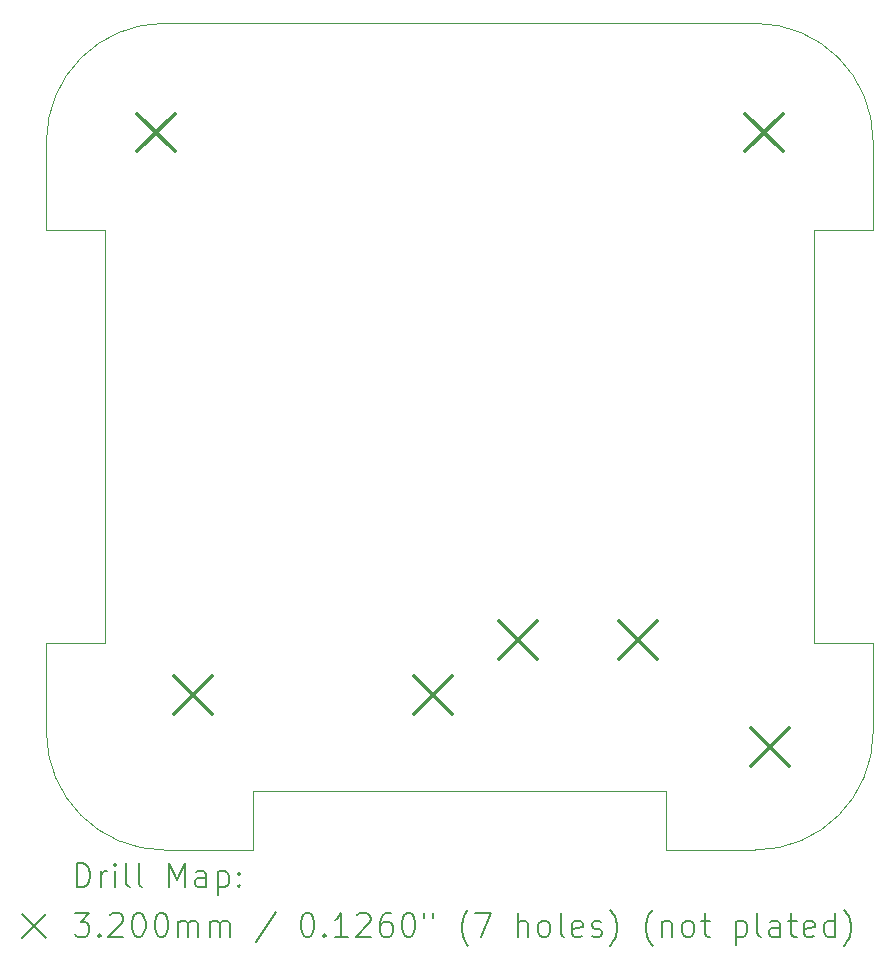
<source format=gbr>
%TF.GenerationSoftware,KiCad,Pcbnew,8.0.7*%
%TF.CreationDate,2025-04-19T00:44:56-07:00*%
%TF.ProjectId,Hardware,48617264-7761-4726-952e-6b696361645f,rev?*%
%TF.SameCoordinates,Original*%
%TF.FileFunction,Drillmap*%
%TF.FilePolarity,Positive*%
%FSLAX45Y45*%
G04 Gerber Fmt 4.5, Leading zero omitted, Abs format (unit mm)*
G04 Created by KiCad (PCBNEW 8.0.7) date 2025-04-19 00:44:56*
%MOMM*%
%LPD*%
G01*
G04 APERTURE LIST*
%ADD10C,0.050000*%
%ADD11C,0.200000*%
%ADD12C,0.320000*%
G04 APERTURE END LIST*
D10*
X16600000Y-10300000D02*
X14850000Y-10300000D01*
X13100000Y-9050000D02*
X13100000Y-9800000D01*
X20100000Y-9800000D02*
G75*
G02*
X19100000Y-10800000I-1000000J0D01*
G01*
X13600000Y-7300000D02*
X13600000Y-5550000D01*
X19100000Y-3800000D02*
G75*
G02*
X20100000Y-4800000I0J-1000000D01*
G01*
X14100000Y-10800000D02*
G75*
G02*
X13100000Y-9800000I0J1000000D01*
G01*
X13600000Y-7300000D02*
X13600000Y-9050000D01*
X19600000Y-9050000D02*
X20100000Y-9050000D01*
X20100000Y-5550000D02*
X20100000Y-4800000D01*
X20100000Y-9050000D02*
X20100000Y-9800000D01*
X18350000Y-10300000D02*
X18350000Y-10800000D01*
X13600000Y-5550000D02*
X13100000Y-5550000D01*
X13100000Y-4800000D02*
G75*
G02*
X14100000Y-3800000I1000000J0D01*
G01*
X19600000Y-7300000D02*
X19600000Y-9050000D01*
X13600000Y-9050000D02*
X13100000Y-9050000D01*
X19600000Y-7300000D02*
X19600000Y-5550000D01*
X19100000Y-10800000D02*
X18350000Y-10800000D01*
X14850000Y-10300000D02*
X14850000Y-10800000D01*
X19600000Y-5550000D02*
X20100000Y-5550000D01*
X19100000Y-3800000D02*
X14100000Y-3800000D01*
X16600000Y-10300000D02*
X18350000Y-10300000D01*
X14850000Y-10800000D02*
X14100000Y-10800000D01*
X13100000Y-4800000D02*
X13100000Y-5550000D01*
D11*
D12*
X13865000Y-4565000D02*
X14185000Y-4885000D01*
X14185000Y-4565000D02*
X13865000Y-4885000D01*
X14180000Y-9330250D02*
X14500000Y-9650250D01*
X14500000Y-9330250D02*
X14180000Y-9650250D01*
X16212000Y-9330250D02*
X16532000Y-9650250D01*
X16532000Y-9330250D02*
X16212000Y-9650250D01*
X16931000Y-8865000D02*
X17251000Y-9185000D01*
X17251000Y-8865000D02*
X16931000Y-9185000D01*
X17947000Y-8865000D02*
X18267000Y-9185000D01*
X18267000Y-8865000D02*
X17947000Y-9185000D01*
X19015000Y-4565000D02*
X19335000Y-4885000D01*
X19335000Y-4565000D02*
X19015000Y-4885000D01*
X19065000Y-9765000D02*
X19385000Y-10085000D01*
X19385000Y-9765000D02*
X19065000Y-10085000D01*
D11*
X13358277Y-11113984D02*
X13358277Y-10913984D01*
X13358277Y-10913984D02*
X13405896Y-10913984D01*
X13405896Y-10913984D02*
X13434467Y-10923508D01*
X13434467Y-10923508D02*
X13453515Y-10942555D01*
X13453515Y-10942555D02*
X13463039Y-10961603D01*
X13463039Y-10961603D02*
X13472562Y-10999698D01*
X13472562Y-10999698D02*
X13472562Y-11028270D01*
X13472562Y-11028270D02*
X13463039Y-11066365D01*
X13463039Y-11066365D02*
X13453515Y-11085412D01*
X13453515Y-11085412D02*
X13434467Y-11104460D01*
X13434467Y-11104460D02*
X13405896Y-11113984D01*
X13405896Y-11113984D02*
X13358277Y-11113984D01*
X13558277Y-11113984D02*
X13558277Y-10980650D01*
X13558277Y-11018746D02*
X13567801Y-10999698D01*
X13567801Y-10999698D02*
X13577324Y-10990174D01*
X13577324Y-10990174D02*
X13596372Y-10980650D01*
X13596372Y-10980650D02*
X13615420Y-10980650D01*
X13682086Y-11113984D02*
X13682086Y-10980650D01*
X13682086Y-10913984D02*
X13672562Y-10923508D01*
X13672562Y-10923508D02*
X13682086Y-10933031D01*
X13682086Y-10933031D02*
X13691610Y-10923508D01*
X13691610Y-10923508D02*
X13682086Y-10913984D01*
X13682086Y-10913984D02*
X13682086Y-10933031D01*
X13805896Y-11113984D02*
X13786848Y-11104460D01*
X13786848Y-11104460D02*
X13777324Y-11085412D01*
X13777324Y-11085412D02*
X13777324Y-10913984D01*
X13910658Y-11113984D02*
X13891610Y-11104460D01*
X13891610Y-11104460D02*
X13882086Y-11085412D01*
X13882086Y-11085412D02*
X13882086Y-10913984D01*
X14139229Y-11113984D02*
X14139229Y-10913984D01*
X14139229Y-10913984D02*
X14205896Y-11056841D01*
X14205896Y-11056841D02*
X14272562Y-10913984D01*
X14272562Y-10913984D02*
X14272562Y-11113984D01*
X14453515Y-11113984D02*
X14453515Y-11009222D01*
X14453515Y-11009222D02*
X14443991Y-10990174D01*
X14443991Y-10990174D02*
X14424943Y-10980650D01*
X14424943Y-10980650D02*
X14386848Y-10980650D01*
X14386848Y-10980650D02*
X14367801Y-10990174D01*
X14453515Y-11104460D02*
X14434467Y-11113984D01*
X14434467Y-11113984D02*
X14386848Y-11113984D01*
X14386848Y-11113984D02*
X14367801Y-11104460D01*
X14367801Y-11104460D02*
X14358277Y-11085412D01*
X14358277Y-11085412D02*
X14358277Y-11066365D01*
X14358277Y-11066365D02*
X14367801Y-11047317D01*
X14367801Y-11047317D02*
X14386848Y-11037793D01*
X14386848Y-11037793D02*
X14434467Y-11037793D01*
X14434467Y-11037793D02*
X14453515Y-11028270D01*
X14548753Y-10980650D02*
X14548753Y-11180650D01*
X14548753Y-10990174D02*
X14567801Y-10980650D01*
X14567801Y-10980650D02*
X14605896Y-10980650D01*
X14605896Y-10980650D02*
X14624943Y-10990174D01*
X14624943Y-10990174D02*
X14634467Y-10999698D01*
X14634467Y-10999698D02*
X14643991Y-11018746D01*
X14643991Y-11018746D02*
X14643991Y-11075889D01*
X14643991Y-11075889D02*
X14634467Y-11094936D01*
X14634467Y-11094936D02*
X14624943Y-11104460D01*
X14624943Y-11104460D02*
X14605896Y-11113984D01*
X14605896Y-11113984D02*
X14567801Y-11113984D01*
X14567801Y-11113984D02*
X14548753Y-11104460D01*
X14729705Y-11094936D02*
X14739229Y-11104460D01*
X14739229Y-11104460D02*
X14729705Y-11113984D01*
X14729705Y-11113984D02*
X14720182Y-11104460D01*
X14720182Y-11104460D02*
X14729705Y-11094936D01*
X14729705Y-11094936D02*
X14729705Y-11113984D01*
X14729705Y-10990174D02*
X14739229Y-10999698D01*
X14739229Y-10999698D02*
X14729705Y-11009222D01*
X14729705Y-11009222D02*
X14720182Y-10999698D01*
X14720182Y-10999698D02*
X14729705Y-10990174D01*
X14729705Y-10990174D02*
X14729705Y-11009222D01*
X12897500Y-11342500D02*
X13097500Y-11542500D01*
X13097500Y-11342500D02*
X12897500Y-11542500D01*
X13339229Y-11333984D02*
X13463039Y-11333984D01*
X13463039Y-11333984D02*
X13396372Y-11410174D01*
X13396372Y-11410174D02*
X13424943Y-11410174D01*
X13424943Y-11410174D02*
X13443991Y-11419698D01*
X13443991Y-11419698D02*
X13453515Y-11429222D01*
X13453515Y-11429222D02*
X13463039Y-11448269D01*
X13463039Y-11448269D02*
X13463039Y-11495888D01*
X13463039Y-11495888D02*
X13453515Y-11514936D01*
X13453515Y-11514936D02*
X13443991Y-11524460D01*
X13443991Y-11524460D02*
X13424943Y-11533984D01*
X13424943Y-11533984D02*
X13367801Y-11533984D01*
X13367801Y-11533984D02*
X13348753Y-11524460D01*
X13348753Y-11524460D02*
X13339229Y-11514936D01*
X13548753Y-11514936D02*
X13558277Y-11524460D01*
X13558277Y-11524460D02*
X13548753Y-11533984D01*
X13548753Y-11533984D02*
X13539229Y-11524460D01*
X13539229Y-11524460D02*
X13548753Y-11514936D01*
X13548753Y-11514936D02*
X13548753Y-11533984D01*
X13634467Y-11353031D02*
X13643991Y-11343508D01*
X13643991Y-11343508D02*
X13663039Y-11333984D01*
X13663039Y-11333984D02*
X13710658Y-11333984D01*
X13710658Y-11333984D02*
X13729705Y-11343508D01*
X13729705Y-11343508D02*
X13739229Y-11353031D01*
X13739229Y-11353031D02*
X13748753Y-11372079D01*
X13748753Y-11372079D02*
X13748753Y-11391127D01*
X13748753Y-11391127D02*
X13739229Y-11419698D01*
X13739229Y-11419698D02*
X13624943Y-11533984D01*
X13624943Y-11533984D02*
X13748753Y-11533984D01*
X13872562Y-11333984D02*
X13891610Y-11333984D01*
X13891610Y-11333984D02*
X13910658Y-11343508D01*
X13910658Y-11343508D02*
X13920182Y-11353031D01*
X13920182Y-11353031D02*
X13929705Y-11372079D01*
X13929705Y-11372079D02*
X13939229Y-11410174D01*
X13939229Y-11410174D02*
X13939229Y-11457793D01*
X13939229Y-11457793D02*
X13929705Y-11495888D01*
X13929705Y-11495888D02*
X13920182Y-11514936D01*
X13920182Y-11514936D02*
X13910658Y-11524460D01*
X13910658Y-11524460D02*
X13891610Y-11533984D01*
X13891610Y-11533984D02*
X13872562Y-11533984D01*
X13872562Y-11533984D02*
X13853515Y-11524460D01*
X13853515Y-11524460D02*
X13843991Y-11514936D01*
X13843991Y-11514936D02*
X13834467Y-11495888D01*
X13834467Y-11495888D02*
X13824943Y-11457793D01*
X13824943Y-11457793D02*
X13824943Y-11410174D01*
X13824943Y-11410174D02*
X13834467Y-11372079D01*
X13834467Y-11372079D02*
X13843991Y-11353031D01*
X13843991Y-11353031D02*
X13853515Y-11343508D01*
X13853515Y-11343508D02*
X13872562Y-11333984D01*
X14063039Y-11333984D02*
X14082086Y-11333984D01*
X14082086Y-11333984D02*
X14101134Y-11343508D01*
X14101134Y-11343508D02*
X14110658Y-11353031D01*
X14110658Y-11353031D02*
X14120182Y-11372079D01*
X14120182Y-11372079D02*
X14129705Y-11410174D01*
X14129705Y-11410174D02*
X14129705Y-11457793D01*
X14129705Y-11457793D02*
X14120182Y-11495888D01*
X14120182Y-11495888D02*
X14110658Y-11514936D01*
X14110658Y-11514936D02*
X14101134Y-11524460D01*
X14101134Y-11524460D02*
X14082086Y-11533984D01*
X14082086Y-11533984D02*
X14063039Y-11533984D01*
X14063039Y-11533984D02*
X14043991Y-11524460D01*
X14043991Y-11524460D02*
X14034467Y-11514936D01*
X14034467Y-11514936D02*
X14024943Y-11495888D01*
X14024943Y-11495888D02*
X14015420Y-11457793D01*
X14015420Y-11457793D02*
X14015420Y-11410174D01*
X14015420Y-11410174D02*
X14024943Y-11372079D01*
X14024943Y-11372079D02*
X14034467Y-11353031D01*
X14034467Y-11353031D02*
X14043991Y-11343508D01*
X14043991Y-11343508D02*
X14063039Y-11333984D01*
X14215420Y-11533984D02*
X14215420Y-11400650D01*
X14215420Y-11419698D02*
X14224943Y-11410174D01*
X14224943Y-11410174D02*
X14243991Y-11400650D01*
X14243991Y-11400650D02*
X14272563Y-11400650D01*
X14272563Y-11400650D02*
X14291610Y-11410174D01*
X14291610Y-11410174D02*
X14301134Y-11429222D01*
X14301134Y-11429222D02*
X14301134Y-11533984D01*
X14301134Y-11429222D02*
X14310658Y-11410174D01*
X14310658Y-11410174D02*
X14329705Y-11400650D01*
X14329705Y-11400650D02*
X14358277Y-11400650D01*
X14358277Y-11400650D02*
X14377324Y-11410174D01*
X14377324Y-11410174D02*
X14386848Y-11429222D01*
X14386848Y-11429222D02*
X14386848Y-11533984D01*
X14482086Y-11533984D02*
X14482086Y-11400650D01*
X14482086Y-11419698D02*
X14491610Y-11410174D01*
X14491610Y-11410174D02*
X14510658Y-11400650D01*
X14510658Y-11400650D02*
X14539229Y-11400650D01*
X14539229Y-11400650D02*
X14558277Y-11410174D01*
X14558277Y-11410174D02*
X14567801Y-11429222D01*
X14567801Y-11429222D02*
X14567801Y-11533984D01*
X14567801Y-11429222D02*
X14577324Y-11410174D01*
X14577324Y-11410174D02*
X14596372Y-11400650D01*
X14596372Y-11400650D02*
X14624943Y-11400650D01*
X14624943Y-11400650D02*
X14643991Y-11410174D01*
X14643991Y-11410174D02*
X14653515Y-11429222D01*
X14653515Y-11429222D02*
X14653515Y-11533984D01*
X15043991Y-11324460D02*
X14872563Y-11581603D01*
X15301134Y-11333984D02*
X15320182Y-11333984D01*
X15320182Y-11333984D02*
X15339229Y-11343508D01*
X15339229Y-11343508D02*
X15348753Y-11353031D01*
X15348753Y-11353031D02*
X15358277Y-11372079D01*
X15358277Y-11372079D02*
X15367801Y-11410174D01*
X15367801Y-11410174D02*
X15367801Y-11457793D01*
X15367801Y-11457793D02*
X15358277Y-11495888D01*
X15358277Y-11495888D02*
X15348753Y-11514936D01*
X15348753Y-11514936D02*
X15339229Y-11524460D01*
X15339229Y-11524460D02*
X15320182Y-11533984D01*
X15320182Y-11533984D02*
X15301134Y-11533984D01*
X15301134Y-11533984D02*
X15282086Y-11524460D01*
X15282086Y-11524460D02*
X15272563Y-11514936D01*
X15272563Y-11514936D02*
X15263039Y-11495888D01*
X15263039Y-11495888D02*
X15253515Y-11457793D01*
X15253515Y-11457793D02*
X15253515Y-11410174D01*
X15253515Y-11410174D02*
X15263039Y-11372079D01*
X15263039Y-11372079D02*
X15272563Y-11353031D01*
X15272563Y-11353031D02*
X15282086Y-11343508D01*
X15282086Y-11343508D02*
X15301134Y-11333984D01*
X15453515Y-11514936D02*
X15463039Y-11524460D01*
X15463039Y-11524460D02*
X15453515Y-11533984D01*
X15453515Y-11533984D02*
X15443991Y-11524460D01*
X15443991Y-11524460D02*
X15453515Y-11514936D01*
X15453515Y-11514936D02*
X15453515Y-11533984D01*
X15653515Y-11533984D02*
X15539229Y-11533984D01*
X15596372Y-11533984D02*
X15596372Y-11333984D01*
X15596372Y-11333984D02*
X15577325Y-11362555D01*
X15577325Y-11362555D02*
X15558277Y-11381603D01*
X15558277Y-11381603D02*
X15539229Y-11391127D01*
X15729706Y-11353031D02*
X15739229Y-11343508D01*
X15739229Y-11343508D02*
X15758277Y-11333984D01*
X15758277Y-11333984D02*
X15805896Y-11333984D01*
X15805896Y-11333984D02*
X15824944Y-11343508D01*
X15824944Y-11343508D02*
X15834467Y-11353031D01*
X15834467Y-11353031D02*
X15843991Y-11372079D01*
X15843991Y-11372079D02*
X15843991Y-11391127D01*
X15843991Y-11391127D02*
X15834467Y-11419698D01*
X15834467Y-11419698D02*
X15720182Y-11533984D01*
X15720182Y-11533984D02*
X15843991Y-11533984D01*
X16015420Y-11333984D02*
X15977325Y-11333984D01*
X15977325Y-11333984D02*
X15958277Y-11343508D01*
X15958277Y-11343508D02*
X15948753Y-11353031D01*
X15948753Y-11353031D02*
X15929706Y-11381603D01*
X15929706Y-11381603D02*
X15920182Y-11419698D01*
X15920182Y-11419698D02*
X15920182Y-11495888D01*
X15920182Y-11495888D02*
X15929706Y-11514936D01*
X15929706Y-11514936D02*
X15939229Y-11524460D01*
X15939229Y-11524460D02*
X15958277Y-11533984D01*
X15958277Y-11533984D02*
X15996372Y-11533984D01*
X15996372Y-11533984D02*
X16015420Y-11524460D01*
X16015420Y-11524460D02*
X16024944Y-11514936D01*
X16024944Y-11514936D02*
X16034467Y-11495888D01*
X16034467Y-11495888D02*
X16034467Y-11448269D01*
X16034467Y-11448269D02*
X16024944Y-11429222D01*
X16024944Y-11429222D02*
X16015420Y-11419698D01*
X16015420Y-11419698D02*
X15996372Y-11410174D01*
X15996372Y-11410174D02*
X15958277Y-11410174D01*
X15958277Y-11410174D02*
X15939229Y-11419698D01*
X15939229Y-11419698D02*
X15929706Y-11429222D01*
X15929706Y-11429222D02*
X15920182Y-11448269D01*
X16158277Y-11333984D02*
X16177325Y-11333984D01*
X16177325Y-11333984D02*
X16196372Y-11343508D01*
X16196372Y-11343508D02*
X16205896Y-11353031D01*
X16205896Y-11353031D02*
X16215420Y-11372079D01*
X16215420Y-11372079D02*
X16224944Y-11410174D01*
X16224944Y-11410174D02*
X16224944Y-11457793D01*
X16224944Y-11457793D02*
X16215420Y-11495888D01*
X16215420Y-11495888D02*
X16205896Y-11514936D01*
X16205896Y-11514936D02*
X16196372Y-11524460D01*
X16196372Y-11524460D02*
X16177325Y-11533984D01*
X16177325Y-11533984D02*
X16158277Y-11533984D01*
X16158277Y-11533984D02*
X16139229Y-11524460D01*
X16139229Y-11524460D02*
X16129706Y-11514936D01*
X16129706Y-11514936D02*
X16120182Y-11495888D01*
X16120182Y-11495888D02*
X16110658Y-11457793D01*
X16110658Y-11457793D02*
X16110658Y-11410174D01*
X16110658Y-11410174D02*
X16120182Y-11372079D01*
X16120182Y-11372079D02*
X16129706Y-11353031D01*
X16129706Y-11353031D02*
X16139229Y-11343508D01*
X16139229Y-11343508D02*
X16158277Y-11333984D01*
X16301134Y-11333984D02*
X16301134Y-11372079D01*
X16377325Y-11333984D02*
X16377325Y-11372079D01*
X16672563Y-11610174D02*
X16663039Y-11600650D01*
X16663039Y-11600650D02*
X16643991Y-11572079D01*
X16643991Y-11572079D02*
X16634468Y-11553031D01*
X16634468Y-11553031D02*
X16624944Y-11524460D01*
X16624944Y-11524460D02*
X16615420Y-11476841D01*
X16615420Y-11476841D02*
X16615420Y-11438746D01*
X16615420Y-11438746D02*
X16624944Y-11391127D01*
X16624944Y-11391127D02*
X16634468Y-11362555D01*
X16634468Y-11362555D02*
X16643991Y-11343508D01*
X16643991Y-11343508D02*
X16663039Y-11314936D01*
X16663039Y-11314936D02*
X16672563Y-11305412D01*
X16729706Y-11333984D02*
X16863039Y-11333984D01*
X16863039Y-11333984D02*
X16777325Y-11533984D01*
X17091611Y-11533984D02*
X17091611Y-11333984D01*
X17177325Y-11533984D02*
X17177325Y-11429222D01*
X17177325Y-11429222D02*
X17167801Y-11410174D01*
X17167801Y-11410174D02*
X17148753Y-11400650D01*
X17148753Y-11400650D02*
X17120182Y-11400650D01*
X17120182Y-11400650D02*
X17101134Y-11410174D01*
X17101134Y-11410174D02*
X17091611Y-11419698D01*
X17301134Y-11533984D02*
X17282087Y-11524460D01*
X17282087Y-11524460D02*
X17272563Y-11514936D01*
X17272563Y-11514936D02*
X17263039Y-11495888D01*
X17263039Y-11495888D02*
X17263039Y-11438746D01*
X17263039Y-11438746D02*
X17272563Y-11419698D01*
X17272563Y-11419698D02*
X17282087Y-11410174D01*
X17282087Y-11410174D02*
X17301134Y-11400650D01*
X17301134Y-11400650D02*
X17329706Y-11400650D01*
X17329706Y-11400650D02*
X17348753Y-11410174D01*
X17348753Y-11410174D02*
X17358277Y-11419698D01*
X17358277Y-11419698D02*
X17367801Y-11438746D01*
X17367801Y-11438746D02*
X17367801Y-11495888D01*
X17367801Y-11495888D02*
X17358277Y-11514936D01*
X17358277Y-11514936D02*
X17348753Y-11524460D01*
X17348753Y-11524460D02*
X17329706Y-11533984D01*
X17329706Y-11533984D02*
X17301134Y-11533984D01*
X17482087Y-11533984D02*
X17463039Y-11524460D01*
X17463039Y-11524460D02*
X17453515Y-11505412D01*
X17453515Y-11505412D02*
X17453515Y-11333984D01*
X17634468Y-11524460D02*
X17615420Y-11533984D01*
X17615420Y-11533984D02*
X17577325Y-11533984D01*
X17577325Y-11533984D02*
X17558277Y-11524460D01*
X17558277Y-11524460D02*
X17548753Y-11505412D01*
X17548753Y-11505412D02*
X17548753Y-11429222D01*
X17548753Y-11429222D02*
X17558277Y-11410174D01*
X17558277Y-11410174D02*
X17577325Y-11400650D01*
X17577325Y-11400650D02*
X17615420Y-11400650D01*
X17615420Y-11400650D02*
X17634468Y-11410174D01*
X17634468Y-11410174D02*
X17643992Y-11429222D01*
X17643992Y-11429222D02*
X17643992Y-11448269D01*
X17643992Y-11448269D02*
X17548753Y-11467317D01*
X17720182Y-11524460D02*
X17739230Y-11533984D01*
X17739230Y-11533984D02*
X17777325Y-11533984D01*
X17777325Y-11533984D02*
X17796373Y-11524460D01*
X17796373Y-11524460D02*
X17805896Y-11505412D01*
X17805896Y-11505412D02*
X17805896Y-11495888D01*
X17805896Y-11495888D02*
X17796373Y-11476841D01*
X17796373Y-11476841D02*
X17777325Y-11467317D01*
X17777325Y-11467317D02*
X17748753Y-11467317D01*
X17748753Y-11467317D02*
X17729706Y-11457793D01*
X17729706Y-11457793D02*
X17720182Y-11438746D01*
X17720182Y-11438746D02*
X17720182Y-11429222D01*
X17720182Y-11429222D02*
X17729706Y-11410174D01*
X17729706Y-11410174D02*
X17748753Y-11400650D01*
X17748753Y-11400650D02*
X17777325Y-11400650D01*
X17777325Y-11400650D02*
X17796373Y-11410174D01*
X17872563Y-11610174D02*
X17882087Y-11600650D01*
X17882087Y-11600650D02*
X17901134Y-11572079D01*
X17901134Y-11572079D02*
X17910658Y-11553031D01*
X17910658Y-11553031D02*
X17920182Y-11524460D01*
X17920182Y-11524460D02*
X17929706Y-11476841D01*
X17929706Y-11476841D02*
X17929706Y-11438746D01*
X17929706Y-11438746D02*
X17920182Y-11391127D01*
X17920182Y-11391127D02*
X17910658Y-11362555D01*
X17910658Y-11362555D02*
X17901134Y-11343508D01*
X17901134Y-11343508D02*
X17882087Y-11314936D01*
X17882087Y-11314936D02*
X17872563Y-11305412D01*
X18234468Y-11610174D02*
X18224944Y-11600650D01*
X18224944Y-11600650D02*
X18205896Y-11572079D01*
X18205896Y-11572079D02*
X18196373Y-11553031D01*
X18196373Y-11553031D02*
X18186849Y-11524460D01*
X18186849Y-11524460D02*
X18177325Y-11476841D01*
X18177325Y-11476841D02*
X18177325Y-11438746D01*
X18177325Y-11438746D02*
X18186849Y-11391127D01*
X18186849Y-11391127D02*
X18196373Y-11362555D01*
X18196373Y-11362555D02*
X18205896Y-11343508D01*
X18205896Y-11343508D02*
X18224944Y-11314936D01*
X18224944Y-11314936D02*
X18234468Y-11305412D01*
X18310658Y-11400650D02*
X18310658Y-11533984D01*
X18310658Y-11419698D02*
X18320182Y-11410174D01*
X18320182Y-11410174D02*
X18339230Y-11400650D01*
X18339230Y-11400650D02*
X18367801Y-11400650D01*
X18367801Y-11400650D02*
X18386849Y-11410174D01*
X18386849Y-11410174D02*
X18396373Y-11429222D01*
X18396373Y-11429222D02*
X18396373Y-11533984D01*
X18520182Y-11533984D02*
X18501134Y-11524460D01*
X18501134Y-11524460D02*
X18491611Y-11514936D01*
X18491611Y-11514936D02*
X18482087Y-11495888D01*
X18482087Y-11495888D02*
X18482087Y-11438746D01*
X18482087Y-11438746D02*
X18491611Y-11419698D01*
X18491611Y-11419698D02*
X18501134Y-11410174D01*
X18501134Y-11410174D02*
X18520182Y-11400650D01*
X18520182Y-11400650D02*
X18548754Y-11400650D01*
X18548754Y-11400650D02*
X18567801Y-11410174D01*
X18567801Y-11410174D02*
X18577325Y-11419698D01*
X18577325Y-11419698D02*
X18586849Y-11438746D01*
X18586849Y-11438746D02*
X18586849Y-11495888D01*
X18586849Y-11495888D02*
X18577325Y-11514936D01*
X18577325Y-11514936D02*
X18567801Y-11524460D01*
X18567801Y-11524460D02*
X18548754Y-11533984D01*
X18548754Y-11533984D02*
X18520182Y-11533984D01*
X18643992Y-11400650D02*
X18720182Y-11400650D01*
X18672563Y-11333984D02*
X18672563Y-11505412D01*
X18672563Y-11505412D02*
X18682087Y-11524460D01*
X18682087Y-11524460D02*
X18701134Y-11533984D01*
X18701134Y-11533984D02*
X18720182Y-11533984D01*
X18939230Y-11400650D02*
X18939230Y-11600650D01*
X18939230Y-11410174D02*
X18958277Y-11400650D01*
X18958277Y-11400650D02*
X18996373Y-11400650D01*
X18996373Y-11400650D02*
X19015420Y-11410174D01*
X19015420Y-11410174D02*
X19024944Y-11419698D01*
X19024944Y-11419698D02*
X19034468Y-11438746D01*
X19034468Y-11438746D02*
X19034468Y-11495888D01*
X19034468Y-11495888D02*
X19024944Y-11514936D01*
X19024944Y-11514936D02*
X19015420Y-11524460D01*
X19015420Y-11524460D02*
X18996373Y-11533984D01*
X18996373Y-11533984D02*
X18958277Y-11533984D01*
X18958277Y-11533984D02*
X18939230Y-11524460D01*
X19148754Y-11533984D02*
X19129706Y-11524460D01*
X19129706Y-11524460D02*
X19120182Y-11505412D01*
X19120182Y-11505412D02*
X19120182Y-11333984D01*
X19310658Y-11533984D02*
X19310658Y-11429222D01*
X19310658Y-11429222D02*
X19301135Y-11410174D01*
X19301135Y-11410174D02*
X19282087Y-11400650D01*
X19282087Y-11400650D02*
X19243992Y-11400650D01*
X19243992Y-11400650D02*
X19224944Y-11410174D01*
X19310658Y-11524460D02*
X19291611Y-11533984D01*
X19291611Y-11533984D02*
X19243992Y-11533984D01*
X19243992Y-11533984D02*
X19224944Y-11524460D01*
X19224944Y-11524460D02*
X19215420Y-11505412D01*
X19215420Y-11505412D02*
X19215420Y-11486365D01*
X19215420Y-11486365D02*
X19224944Y-11467317D01*
X19224944Y-11467317D02*
X19243992Y-11457793D01*
X19243992Y-11457793D02*
X19291611Y-11457793D01*
X19291611Y-11457793D02*
X19310658Y-11448269D01*
X19377325Y-11400650D02*
X19453515Y-11400650D01*
X19405896Y-11333984D02*
X19405896Y-11505412D01*
X19405896Y-11505412D02*
X19415420Y-11524460D01*
X19415420Y-11524460D02*
X19434468Y-11533984D01*
X19434468Y-11533984D02*
X19453515Y-11533984D01*
X19596373Y-11524460D02*
X19577325Y-11533984D01*
X19577325Y-11533984D02*
X19539230Y-11533984D01*
X19539230Y-11533984D02*
X19520182Y-11524460D01*
X19520182Y-11524460D02*
X19510658Y-11505412D01*
X19510658Y-11505412D02*
X19510658Y-11429222D01*
X19510658Y-11429222D02*
X19520182Y-11410174D01*
X19520182Y-11410174D02*
X19539230Y-11400650D01*
X19539230Y-11400650D02*
X19577325Y-11400650D01*
X19577325Y-11400650D02*
X19596373Y-11410174D01*
X19596373Y-11410174D02*
X19605896Y-11429222D01*
X19605896Y-11429222D02*
X19605896Y-11448269D01*
X19605896Y-11448269D02*
X19510658Y-11467317D01*
X19777325Y-11533984D02*
X19777325Y-11333984D01*
X19777325Y-11524460D02*
X19758277Y-11533984D01*
X19758277Y-11533984D02*
X19720182Y-11533984D01*
X19720182Y-11533984D02*
X19701135Y-11524460D01*
X19701135Y-11524460D02*
X19691611Y-11514936D01*
X19691611Y-11514936D02*
X19682087Y-11495888D01*
X19682087Y-11495888D02*
X19682087Y-11438746D01*
X19682087Y-11438746D02*
X19691611Y-11419698D01*
X19691611Y-11419698D02*
X19701135Y-11410174D01*
X19701135Y-11410174D02*
X19720182Y-11400650D01*
X19720182Y-11400650D02*
X19758277Y-11400650D01*
X19758277Y-11400650D02*
X19777325Y-11410174D01*
X19853516Y-11610174D02*
X19863039Y-11600650D01*
X19863039Y-11600650D02*
X19882087Y-11572079D01*
X19882087Y-11572079D02*
X19891611Y-11553031D01*
X19891611Y-11553031D02*
X19901135Y-11524460D01*
X19901135Y-11524460D02*
X19910658Y-11476841D01*
X19910658Y-11476841D02*
X19910658Y-11438746D01*
X19910658Y-11438746D02*
X19901135Y-11391127D01*
X19901135Y-11391127D02*
X19891611Y-11362555D01*
X19891611Y-11362555D02*
X19882087Y-11343508D01*
X19882087Y-11343508D02*
X19863039Y-11314936D01*
X19863039Y-11314936D02*
X19853516Y-11305412D01*
M02*

</source>
